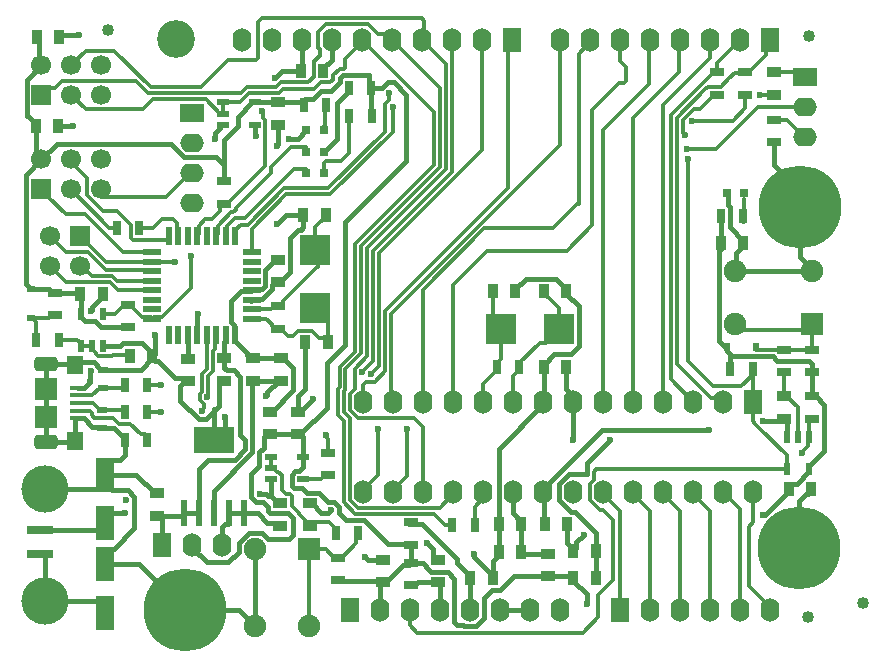
<source format=gtl>
G04*
G04 #@! TF.GenerationSoftware,Altium Limited,Altium Designer,25.4.2 (15)*
G04*
G04 Layer_Physical_Order=1*
G04 Layer_Color=255*
%FSLAX44Y44*%
%MOMM*%
G71*
G04*
G04 #@! TF.SameCoordinates,EB978DBB-77F5-4BF1-8C58-C0B6FF9767F6*
G04*
G04*
G04 #@! TF.FilePolarity,Positive*
G04*
G01*
G75*
%ADD13R,1.6000X3.0000*%
%ADD14R,1.3000X0.9000*%
%ADD15R,0.9000X1.3000*%
%ADD16R,0.8000X0.8000*%
%ADD17R,0.5588X0.6858*%
%ADD18R,1.3500X0.4000*%
%ADD19R,1.9000X1.9000*%
%ADD20R,1.4000X1.6000*%
%ADD21R,0.7000X1.3000*%
%ADD22R,2.2000X0.8000*%
%ADD23R,1.3000X0.7000*%
%ADD24R,0.5500X1.5000*%
%ADD25R,1.5000X0.5500*%
%ADD26R,3.5000X2.2000*%
%ADD27R,0.6000X2.2000*%
%ADD28R,0.5500X1.0000*%
%ADD29R,2.5000X2.6000*%
%ADD30R,0.9000X0.6000*%
%ADD31R,2.6000X2.5000*%
%ADD32R,1.0000X0.5500*%
%ADD33R,0.6858X0.5588*%
%ADD56R,1.9000X1.9000*%
%ADD57C,1.9000*%
%ADD69C,1.0160*%
%ADD70C,0.4000*%
%ADD71C,0.3000*%
%ADD72R,1.7000X1.7000*%
%ADD73C,1.7000*%
%ADD74O,2.0000X1.6000*%
%ADD75R,2.0000X1.6000*%
G04:AMPARAMS|DCode=76|XSize=2mm|YSize=1.2mm|CornerRadius=0.3mm|HoleSize=0mm|Usage=FLASHONLY|Rotation=0.000|XOffset=0mm|YOffset=0mm|HoleType=Round|Shape=RoundedRectangle|*
%AMROUNDEDRECTD76*
21,1,2.0000,0.6000,0,0,0.0*
21,1,1.4000,1.2000,0,0,0.0*
1,1,0.6000,0.7000,-0.3000*
1,1,0.6000,-0.7000,-0.3000*
1,1,0.6000,-0.7000,0.3000*
1,1,0.6000,0.7000,0.3000*
%
%ADD76ROUNDEDRECTD76*%
%ADD77O,1.6000X2.0000*%
%ADD78R,1.6000X2.0000*%
%ADD79C,4.0000*%
%ADD80C,7.0000*%
%ADD81C,3.2000*%
%ADD82C,0.6000*%
D13*
X72000Y23000D02*
D03*
Y64000D02*
D03*
X72000Y98500D02*
D03*
Y139500D02*
D03*
D14*
X142240Y219100D02*
D03*
Y238100D02*
D03*
X646938Y206350D02*
D03*
Y187350D02*
D03*
X211328Y192888D02*
D03*
Y173888D02*
D03*
X218000Y321500D02*
D03*
Y302500D02*
D03*
X447000Y73000D02*
D03*
Y54000D02*
D03*
X221000Y238500D02*
D03*
Y219500D02*
D03*
X116000Y105000D02*
D03*
Y124000D02*
D03*
X220218Y96418D02*
D03*
Y115418D02*
D03*
X218694Y436016D02*
D03*
Y455016D02*
D03*
X197000Y219500D02*
D03*
Y238500D02*
D03*
X173000Y219500D02*
D03*
Y238500D02*
D03*
X638762Y461500D02*
D03*
Y480500D02*
D03*
X307594Y67920D02*
D03*
Y48920D02*
D03*
X353822Y67920D02*
D03*
Y48920D02*
D03*
X235458Y192990D02*
D03*
Y173990D02*
D03*
X245110Y115520D02*
D03*
Y96520D02*
D03*
D15*
X405500Y74000D02*
D03*
X424500D02*
D03*
X443500Y295000D02*
D03*
X462500D02*
D03*
X612496Y335788D02*
D03*
X593496D02*
D03*
X650900Y127762D02*
D03*
X669900D02*
D03*
X419500Y295000D02*
D03*
X400500D02*
D03*
X487500Y52000D02*
D03*
X468500D02*
D03*
X258968Y359732D02*
D03*
X239968D02*
D03*
X260468Y251732D02*
D03*
X241468D02*
D03*
X13360Y434848D02*
D03*
X32360D02*
D03*
X14134Y510570D02*
D03*
X33134D02*
D03*
X237896Y481838D02*
D03*
X256896D02*
D03*
X487500Y75000D02*
D03*
X468500D02*
D03*
X443500Y231000D02*
D03*
X462500D02*
D03*
X400152Y52324D02*
D03*
X381152D02*
D03*
X405500Y98000D02*
D03*
X424500D02*
D03*
X444500D02*
D03*
X463500D02*
D03*
X69952Y292862D02*
D03*
X50952D02*
D03*
X112116Y240538D02*
D03*
X93116D02*
D03*
D16*
X242436Y395224D02*
D03*
X257436D02*
D03*
X613290Y378460D02*
D03*
X598290D02*
D03*
X257436Y431546D02*
D03*
X242436D02*
D03*
X257436Y413258D02*
D03*
X242436D02*
D03*
D17*
X598808Y247794D02*
D03*
X623192D02*
D03*
D18*
X49105Y187492D02*
D03*
Y193992D02*
D03*
Y200492D02*
D03*
Y206992D02*
D03*
Y213492D02*
D03*
D19*
X22355Y188492D02*
D03*
Y212492D02*
D03*
X244242Y76696D02*
D03*
D20*
X46855Y168492D02*
D03*
Y232492D02*
D03*
D21*
X593242Y358648D02*
D03*
X612242D02*
D03*
X403500Y231000D02*
D03*
X422500D02*
D03*
X240182Y453136D02*
D03*
X259182D02*
D03*
X100940Y348234D02*
D03*
X81940D02*
D03*
X88500Y216000D02*
D03*
X107500D02*
D03*
X88500Y193000D02*
D03*
X107500D02*
D03*
X385014Y97282D02*
D03*
X366014D02*
D03*
X286360Y90678D02*
D03*
X267360D02*
D03*
X13868Y253746D02*
D03*
X32868D02*
D03*
X620500Y229286D02*
D03*
X601500D02*
D03*
X278354Y467503D02*
D03*
X297353D02*
D03*
X297607Y443627D02*
D03*
X278608D02*
D03*
X107500Y169000D02*
D03*
X88500D02*
D03*
D22*
X17000Y73000D02*
D03*
Y93000D02*
D03*
D23*
X172742Y388179D02*
D03*
Y369179D02*
D03*
X638000Y421500D02*
D03*
Y440500D02*
D03*
X330708Y46074D02*
D03*
Y65074D02*
D03*
X670560Y187350D02*
D03*
Y206350D02*
D03*
X647050Y226574D02*
D03*
Y245574D02*
D03*
X261112Y158344D02*
D03*
Y139344D02*
D03*
X91000Y283500D02*
D03*
Y264500D02*
D03*
X269240Y69444D02*
D03*
Y50444D02*
D03*
X29972Y274980D02*
D03*
Y293980D02*
D03*
X670560Y245466D02*
D03*
Y226466D02*
D03*
X218000Y263500D02*
D03*
Y282500D02*
D03*
X613410Y480416D02*
D03*
Y461416D02*
D03*
X590296Y480416D02*
D03*
Y461416D02*
D03*
X330708Y99670D02*
D03*
Y80670D02*
D03*
D24*
X182000Y258000D02*
D03*
X174000D02*
D03*
X166000D02*
D03*
X158000D02*
D03*
X150000D02*
D03*
X142000D02*
D03*
X134000D02*
D03*
X126000D02*
D03*
Y342000D02*
D03*
X134000D02*
D03*
X142000D02*
D03*
X150000D02*
D03*
X158000D02*
D03*
X166000D02*
D03*
X174000D02*
D03*
X182000D02*
D03*
D25*
X112000Y272000D02*
D03*
Y280000D02*
D03*
Y288000D02*
D03*
Y296000D02*
D03*
Y304000D02*
D03*
Y312000D02*
D03*
Y320000D02*
D03*
Y328000D02*
D03*
X196000D02*
D03*
Y320000D02*
D03*
Y312000D02*
D03*
Y304000D02*
D03*
Y296000D02*
D03*
Y280000D02*
D03*
Y272000D02*
D03*
Y288000D02*
D03*
D26*
X164000Y169000D02*
D03*
D27*
X189400Y107000D02*
D03*
X176700D02*
D03*
X164000D02*
D03*
X151300D02*
D03*
X138600D02*
D03*
D28*
X668020Y171958D02*
D03*
Y144958D02*
D03*
X649020D02*
D03*
Y171958D02*
D03*
X658520D02*
D03*
X60960Y248628D02*
D03*
X70460D02*
D03*
Y275628D02*
D03*
X51460D02*
D03*
Y248628D02*
D03*
D29*
X456500Y263000D02*
D03*
X407500D02*
D03*
D30*
X69000Y179500D02*
D03*
Y194500D02*
D03*
X70524Y213500D02*
D03*
Y228500D02*
D03*
D31*
X249968Y330232D02*
D03*
Y281232D02*
D03*
D32*
X171920Y445516D02*
D03*
Y436016D02*
D03*
X198920D02*
D03*
Y455016D02*
D03*
X171920D02*
D03*
X212306Y145288D02*
D03*
Y135788D02*
D03*
X239306D02*
D03*
Y154788D02*
D03*
X212306D02*
D03*
D33*
X9652Y272288D02*
D03*
Y296672D02*
D03*
D56*
X670500Y267326D02*
D03*
D57*
Y312326D02*
D03*
X605500Y267326D02*
D03*
Y312326D02*
D03*
X199242Y76696D02*
D03*
X244242Y11696D02*
D03*
X199242D02*
D03*
D69*
X713914Y30842D02*
D03*
X74422Y515874D02*
D03*
X668020Y511556D02*
D03*
X667512Y19304D02*
D03*
D70*
X278354Y464503D02*
Y467503D01*
X268145Y454294D02*
X278354Y464503D01*
X268145Y423967D02*
Y454294D01*
X257436Y413258D02*
X268145Y423967D01*
X264160Y491102D02*
Y508000D01*
X256896Y483838D02*
X264160Y491102D01*
X256896Y481838D02*
Y483838D01*
X270854Y475659D02*
X273222Y478028D01*
X295599D01*
X216187Y475996D02*
X221775Y481584D01*
X215646Y475996D02*
X216187D01*
X221775Y481584D02*
X237642D01*
X112116Y240538D02*
X113917Y242339D01*
Y257681D01*
X114300Y258064D01*
X150000Y275222D02*
X150622Y275844D01*
X150000Y258000D02*
Y275222D01*
X198920Y436016D02*
X199155Y435781D01*
Y426955D02*
X199390Y426720D01*
X199155Y426955D02*
Y435781D01*
X477266Y88646D02*
Y88646D01*
X471000Y82380D02*
X477266Y88646D01*
X471000Y77500D02*
Y82380D01*
X468500Y75000D02*
X471000Y77500D01*
X469657Y108500D02*
X487500Y90657D01*
X384556Y69920D02*
Y72390D01*
Y69920D02*
X400152Y54324D01*
Y52324D02*
Y54324D01*
X344932Y81534D02*
X349322Y77144D01*
Y70420D02*
Y77144D01*
Y70420D02*
X351822Y67920D01*
X353822D01*
X291846Y70358D02*
X294284Y67920D01*
X307594D01*
X227838Y423672D02*
X228346Y424180D01*
X235070D01*
X242436Y431546D01*
X218694Y419895D02*
Y436016D01*
X217170Y417830D02*
Y418371D01*
X218694Y419895D01*
X165100Y423672D02*
Y429196D01*
X168920Y433016D01*
Y435266D01*
X169670Y436016D01*
X171920D01*
X44704Y434848D02*
X44958Y435102D01*
X32360Y434848D02*
X44704D01*
X33134Y510570D02*
X34628Y512064D01*
X49530D01*
X60452Y278638D02*
X60835Y279021D01*
Y281745D01*
X69952Y290862D01*
Y292862D01*
X51460Y273378D02*
Y275628D01*
Y273378D02*
X55288Y269550D01*
X63132D01*
X68181Y264500D01*
X645137Y185549D02*
X646938Y187350D01*
X629541Y185549D02*
X645137D01*
X629158Y185166D02*
X629541Y185549D01*
X219000Y219500D02*
X221000D01*
X197000D02*
X219000D01*
X46855Y168492D02*
Y187492D01*
X479806Y29972D02*
Y38694D01*
X468500Y50000D02*
Y52000D01*
X466500Y54000D02*
X468500Y52000D01*
Y50000D02*
X479806Y38694D01*
X670231Y226795D02*
Y233755D01*
X640869Y236098D02*
X667888D01*
X670231Y233755D01*
Y226795D02*
X670560Y226466D01*
X173736Y178000D02*
Y188214D01*
X173228Y188722D02*
X173736Y188214D01*
X112116Y238538D02*
Y240538D01*
X102078Y228500D02*
X112116Y238538D01*
X70524Y228500D02*
X102078D01*
X255113Y107517D02*
X260933D01*
X262890Y109474D01*
X269890Y107046D02*
X275758Y101178D01*
X291517D01*
X269890Y107046D02*
Y112374D01*
X265790Y116474D02*
X269890Y112374D01*
X217170Y351790D02*
X225112Y359732D01*
X239968D01*
X202946Y123444D02*
X203329Y123061D01*
X208567D01*
X210298Y121330D01*
X212306D01*
X195946Y120545D02*
Y140525D01*
X202692Y147271D02*
Y158581D01*
X206828Y162717D01*
X205329Y116444D02*
X209718Y112055D01*
X195946Y120545D02*
X200047Y116444D01*
X205329D01*
X206828Y162717D02*
Y171388D01*
X195946Y140525D02*
X202692Y147271D01*
X209328Y173888D02*
X211328D01*
X206828Y171388D02*
X209328Y173888D01*
X209718Y109261D02*
Y112055D01*
Y109261D02*
X212061Y106918D01*
X247110Y115520D02*
X255113Y107517D01*
X245110Y115520D02*
X247110D01*
X253267Y124020D02*
X260813Y116474D01*
X238682Y455016D02*
X239992Y456326D01*
X260813Y116474D02*
X265790D01*
X164736Y169000D02*
X173736Y178000D01*
X164000Y169000D02*
X164736D01*
X208534Y206502D02*
X208917Y206885D01*
Y209417D01*
X219000Y219500D01*
X248158Y203690D02*
Y203708D01*
X237458Y192990D02*
X248158Y203690D01*
X235458Y192990D02*
X237458D01*
X195250Y287250D02*
X196000Y288000D01*
X178500Y269407D02*
X181250Y266657D01*
Y258750D02*
Y266657D01*
X178500Y269407D02*
Y286892D01*
X186858Y295250D02*
X195250D01*
X178500Y286892D02*
X186858Y295250D01*
X181250Y258750D02*
X182000Y258000D01*
Y253250D02*
Y258000D01*
X601500Y239857D02*
X637109D01*
X592082Y252869D02*
X598014Y246937D01*
X598808Y244873D02*
Y245508D01*
X598014Y246302D02*
Y246937D01*
X601500Y239857D02*
Y242181D01*
X598014Y246302D02*
X598808Y245508D01*
Y244873D02*
X601500Y242181D01*
Y227762D02*
Y239857D01*
X601500Y239857D01*
X637109D02*
X640869Y236098D01*
X592000Y256400D02*
Y328958D01*
X670560Y206350D02*
Y226466D01*
X598290Y378460D02*
X599087Y377663D01*
Y368460D02*
Y377663D01*
Y368460D02*
X600742Y366805D01*
Y349542D02*
Y366805D01*
Y349542D02*
X612496Y337788D01*
Y335788D02*
Y337788D01*
Y333788D02*
Y335788D01*
X606534Y327826D02*
X612496Y333788D01*
X606534Y313360D02*
Y327826D01*
X605500Y312326D02*
X606534Y313360D01*
X605500Y312326D02*
X670500D01*
Y314046D01*
X660400Y324146D02*
X670500Y314046D01*
X660400Y324146D02*
Y366014D01*
Y379197D01*
X638000Y401597D02*
X660400Y379197D01*
X638000Y401597D02*
Y421500D01*
X646938Y187350D02*
X649020Y185268D01*
Y171958D02*
Y185268D01*
X669900Y125762D02*
Y127762D01*
X667400Y123262D02*
X669900Y125762D01*
X665400Y123262D02*
X667400D01*
X659892Y117754D02*
X665400Y123262D01*
X659892Y77470D02*
Y117754D01*
X406400Y25400D02*
X431800D01*
X468500Y75000D02*
Y77000D01*
X463500Y82000D02*
X468500Y77000D01*
X463500Y82000D02*
Y98000D01*
X419500Y295000D02*
Y297000D01*
X428000Y305500D01*
X454000D01*
X462500Y297000D01*
Y295000D02*
Y297000D01*
Y293000D02*
Y295000D01*
Y293000D02*
X473000Y282500D01*
Y248343D02*
Y282500D01*
X466578Y241922D02*
X473000Y248343D01*
X452422Y241922D02*
X466578D01*
X443500Y233000D02*
X452422Y241922D01*
X443500Y231000D02*
Y233000D01*
X443238Y230738D02*
X443500Y231000D01*
X443238Y201684D02*
Y230738D01*
X442976Y201422D02*
X443238Y201684D01*
X442976Y199422D02*
Y201422D01*
X405500Y161946D02*
X442976Y199422D01*
X405500Y98000D02*
Y161946D01*
Y74000D02*
Y98000D01*
Y72000D02*
Y74000D01*
X400152Y66652D02*
X405500Y72000D01*
X400152Y52324D02*
Y66652D01*
X164000Y193470D02*
X168500Y197971D01*
X157078Y186548D02*
X164000Y193470D01*
Y195250D01*
Y169000D02*
Y193470D01*
X72000Y134000D02*
Y139500D01*
Y132500D02*
Y134000D01*
X218000Y302500D02*
X220000D01*
X228906Y311406D01*
Y340326D01*
X235311Y346732D01*
X237625D01*
X239968Y349075D01*
Y359732D01*
X216000Y302500D02*
X218000D01*
X213500Y300000D02*
X216000Y302500D01*
X213500Y297108D02*
Y300000D01*
X205142Y288750D02*
X213500Y297108D01*
X196750Y288750D02*
X205142D01*
X196000Y288000D02*
X196750Y288750D01*
X241468Y212543D02*
Y251732D01*
X235458Y206533D02*
X241468Y212543D01*
X235458Y192990D02*
Y206533D01*
X196692Y219192D02*
X197000Y219500D01*
X196692Y159050D02*
Y219192D01*
X164000Y126358D02*
X196692Y159050D01*
X164000Y107000D02*
Y126358D01*
X116000Y105000D02*
X118000D01*
X186500Y173164D02*
X190692Y168972D01*
Y161535D02*
Y168972D01*
X118000Y105000D02*
X137600D01*
X181750Y152594D02*
X190692Y161535D01*
X593369Y330581D02*
Y353187D01*
X311669Y81026D02*
X330708D01*
X211379Y173939D02*
X236857D01*
X229855Y130590D02*
Y139743D01*
X211328Y173888D02*
X211379Y173939D01*
X650900Y127762D02*
Y129762D01*
Y125762D02*
Y127762D01*
X330708Y80670D02*
Y81026D01*
Y65074D02*
Y80670D01*
X236857Y173939D02*
X239306Y171490D01*
X236806Y173990D02*
X236857Y173939D01*
X237407D01*
X218218Y115418D02*
X220218D01*
X212306Y121330D02*
X218218Y115418D01*
X212306Y121330D02*
Y135788D01*
X199242Y11696D02*
Y76696D01*
X185538Y25400D02*
X199242Y11696D01*
X139700Y25400D02*
X185538D01*
X101100Y64000D02*
X139700Y25400D01*
X72000Y64000D02*
X101100D01*
X72000D02*
Y71000D01*
X78000Y77000D01*
X79157D01*
X96408Y94251D01*
Y121264D01*
X91172Y126500D02*
X96408Y121264D01*
X78000Y126500D02*
X91172D01*
X72000Y132500D02*
X78000Y126500D01*
X66000Y128000D02*
X72000Y134000D01*
X21000Y128000D02*
X66000D01*
X112116Y240538D02*
Y242538D01*
X103616Y251038D02*
X112116Y242538D01*
X86959Y251038D02*
X103616D01*
X84549Y248628D02*
X86959Y251038D01*
X70460Y248628D02*
X84549D01*
X69024Y228500D02*
X70524D01*
X68024Y229500D02*
X69024Y228500D01*
X68024Y229500D02*
Y229657D01*
X62843Y234838D02*
X68024Y229657D01*
X49201Y234838D02*
X62843D01*
X46855Y232492D02*
X49201Y234838D01*
X139740Y221600D02*
X142240Y219100D01*
X131054Y221600D02*
X139740D01*
X116616Y236038D02*
X131054Y221600D01*
X114616Y236038D02*
X116616D01*
X112116Y238538D02*
X114616Y236038D01*
X140240Y219100D02*
X142240D01*
X135740Y214600D02*
X140240Y219100D01*
X135740Y202087D02*
Y214600D01*
Y202087D02*
X151278Y186548D01*
X157078D01*
X168500Y197971D02*
Y217000D01*
X171000Y219500D01*
X173000D01*
X114000Y124000D02*
X116000D01*
X98500Y139500D02*
X114000Y124000D01*
X72000Y139500D02*
X98500D01*
X72000D02*
Y146500D01*
X78000Y152500D01*
X84500D01*
X88500Y156500D01*
Y169000D01*
Y172000D01*
X87000Y173500D02*
X88500Y172000D01*
X85272Y173500D02*
X87000D01*
X79272Y179500D02*
X85272Y173500D01*
X69000Y179500D02*
X79272D01*
X68000Y180500D02*
X69000Y179500D01*
X60847Y180500D02*
X68000D01*
X53855Y187492D02*
X60847Y180500D01*
X49105Y187492D02*
X53855D01*
X46855D02*
X49105D01*
X45855Y167492D02*
X46855Y168492D01*
X22355Y167492D02*
X45855D01*
X22355D02*
Y188492D01*
Y212492D01*
Y233492D01*
X45855D01*
X46855Y232492D01*
X6470Y443738D02*
X13360Y436848D01*
X240182Y456136D02*
X241682Y457636D01*
X5534Y443792D02*
Y473910D01*
X18034Y486410D01*
X5588Y443738D02*
X6470D01*
X5534Y443792D02*
X5588Y443738D01*
X13360Y434848D02*
Y436848D01*
Y414846D02*
Y434848D01*
X31242Y419862D02*
X127767D01*
X139029Y408600D01*
X165884D01*
X172742Y401742D01*
X18034Y406654D02*
X31242Y419862D01*
X329484Y98438D02*
X339961D01*
X370315Y68084D01*
X328354Y99568D02*
X329484Y98438D01*
X291517Y101178D02*
X311669Y81026D01*
X239306Y154788D02*
Y171490D01*
X218694Y455016D02*
X238682D01*
X198920D02*
X218694D01*
X239306Y146038D02*
Y154788D01*
X53855Y213492D02*
X58928Y218565D01*
Y227838D01*
X630931Y105793D02*
X650900Y125762D01*
X629033Y105793D02*
X630931D01*
X628650Y105410D02*
X629033Y105793D01*
X237407Y173939D02*
X259588Y196120D01*
Y234195D01*
X274828Y249435D01*
Y353314D01*
X326644Y405130D01*
Y461518D01*
X316230Y471932D02*
X326644Y461518D01*
X311283Y471932D02*
X316230D01*
X306854Y467503D02*
X311283Y471932D01*
X297353Y467503D02*
X306854D01*
X238654Y128247D02*
X242881Y124020D01*
X232198Y128247D02*
X238654D01*
X229855Y130590D02*
X232198Y128247D01*
X226826Y106918D02*
X230718Y103026D01*
Y88478D02*
Y103026D01*
X201415Y107000D02*
X209203Y99212D01*
X212061Y106918D02*
X226826D01*
X176700Y107000D02*
X201415D01*
X209203Y99212D02*
X220218D01*
X227330Y85090D02*
X230718Y88478D01*
X209940Y85090D02*
X227330D01*
X204834Y90196D02*
X209940Y85090D01*
X193650Y90196D02*
X204834D01*
X185010Y81556D02*
X193650Y90196D01*
X242881Y124020D02*
X253267D01*
X229855Y139743D02*
X233228Y143116D01*
X236384D01*
X239306Y146038D01*
X185010Y74640D02*
Y81556D01*
X176371Y66000D02*
X185010Y74640D01*
X158000Y66000D02*
X176371D01*
X146000Y78000D02*
X158000Y66000D01*
X146000Y78000D02*
Y80000D01*
X186500Y173164D02*
Y222657D01*
X181157Y228000D02*
X186500Y222657D01*
X159198Y152594D02*
X181750D01*
X173000Y230343D02*
Y238500D01*
Y252250D01*
X68181Y264500D02*
X91000D01*
X51206Y275882D02*
X51460Y275628D01*
X51206Y275882D02*
Y292608D01*
X50952Y292862D02*
X51206Y292608D01*
X49834Y293980D02*
X50952Y292862D01*
X29972Y293980D02*
X49834D01*
X26972D02*
X29972D01*
X24280Y296672D02*
X26972Y293980D01*
X9652Y296672D02*
X24280D01*
X9017D02*
X9652D01*
X8223Y297466D02*
X9017Y296672D01*
X8223Y297466D02*
Y298101D01*
X5080Y301244D02*
X8223Y298101D01*
X5080Y301244D02*
Y393700D01*
X18034Y406654D01*
X172742Y401742D02*
Y423431D01*
X18034Y406654D02*
Y410172D01*
X13360Y414846D02*
X18034Y410172D01*
X16084Y488360D02*
X18034Y486410D01*
X16084Y488360D02*
Y508620D01*
X14134Y510570D02*
X16084Y508620D01*
X295854Y469003D02*
X297353Y467503D01*
X295854Y469003D02*
Y477773D01*
X295599Y478028D02*
X295854Y477773D01*
X270854Y472068D02*
Y475659D01*
X263638Y464852D02*
X270854Y472068D01*
X255241Y464852D02*
X263638D01*
X248025Y457636D02*
X255241Y464852D01*
X241682Y457636D02*
X248025D01*
X240182Y453136D02*
Y456136D01*
X297481Y443754D02*
X297607Y443627D01*
X297481Y443754D02*
Y467376D01*
X297353Y467503D02*
X297481Y467376D01*
X196670Y455016D02*
X198920D01*
X184331Y442677D02*
X196670Y455016D01*
X184331Y435020D02*
Y442677D01*
X172742Y423431D02*
X184331Y435020D01*
X172742Y388179D02*
Y401742D01*
X418485Y54000D02*
X447000D01*
X406309Y41824D02*
X418485Y54000D01*
X399202Y41824D02*
X406309D01*
X393000Y35622D02*
X399202Y41824D01*
X393000Y18429D02*
Y35622D01*
X385971Y11400D02*
X393000Y18429D01*
X376029Y11400D02*
X385971D01*
X374983Y12446D02*
X376029Y11400D01*
X369943Y12446D02*
X374983D01*
X367600Y14789D02*
X369943Y12446D01*
X367600Y14789D02*
Y51799D01*
X361979Y57420D02*
X367600Y51799D01*
X347665Y57420D02*
X361979D01*
X343322Y61763D02*
X347665Y57420D01*
X343322Y61763D02*
Y62731D01*
X340979Y65074D02*
X343322Y62731D01*
X330708Y65074D02*
X340979D01*
X447000Y54000D02*
X466500D01*
X329208Y63574D02*
X330708Y65074D01*
X324248Y63574D02*
X329208D01*
X309594Y48920D02*
X324248Y63574D01*
X307594Y48920D02*
X309594D01*
X307300D02*
X307594D01*
X304800Y46420D02*
X307300Y48920D01*
X304800Y25400D02*
Y46420D01*
X306832Y49682D02*
X307594Y48920D01*
X270002Y49682D02*
X306832D01*
X269240Y50444D02*
X270002Y49682D01*
X592000Y256400D02*
X592082Y256318D01*
Y252869D02*
Y256318D01*
X650900Y129762D02*
X653400Y132262D01*
X657574D01*
X668020Y142708D01*
Y144958D01*
Y147208D01*
X681060Y160248D01*
Y198850D01*
X673560Y206350D02*
X681060Y198850D01*
X670560Y206350D02*
X673560D01*
X592000Y328958D02*
X593496Y330454D01*
X593369Y330581D02*
X593496Y330454D01*
X593242Y353314D02*
X593369Y353187D01*
X487500Y75000D02*
Y90657D01*
X466127Y108500D02*
X469657D01*
X456376Y118251D02*
X466127Y108500D01*
X456376Y118251D02*
Y132192D01*
X464692Y140508D01*
X480060D01*
Y149860D01*
X499618Y169418D01*
X468122Y169164D02*
X468376Y169418D01*
Y201422D01*
X442976Y127278D02*
X460920Y145222D01*
X460976D01*
X493046Y177292D01*
X442976Y125222D02*
Y127278D01*
X142000Y238340D02*
Y258000D01*
Y238340D02*
X142240Y238100D01*
X211328Y192888D02*
X213328D01*
X231500Y211060D01*
Y230000D01*
X223000Y238500D02*
X231500Y230000D01*
X221000Y238500D02*
X223000D01*
X197000D02*
X221000D01*
X195000D02*
X197000D01*
X192500Y241000D02*
X195000Y238500D01*
X192500Y241000D02*
Y242750D01*
X182000Y253250D02*
X192500Y242750D01*
X195250Y295250D02*
X196000Y296000D01*
X200750D01*
X202000Y297250D01*
X205157D01*
X207500Y299593D01*
Y313000D01*
X216000Y321500D01*
X218000D01*
X330708Y46074D02*
X333708D01*
X336554Y48920D01*
X353822D01*
X355600Y47142D01*
Y25400D02*
Y47142D01*
X176700Y99000D02*
Y107000D01*
X175700Y98000D02*
X176700Y99000D01*
X173743Y98000D02*
X175700D01*
X171400Y95657D02*
X173743Y98000D01*
X171400Y80000D02*
Y95657D01*
X174000Y253250D02*
Y258000D01*
X173000Y252250D02*
X174000Y253250D01*
X173000Y230343D02*
X175343Y228000D01*
X181157D01*
X151300Y144696D02*
X159198Y152594D01*
X151300Y107000D02*
Y144696D01*
X138600Y107000D02*
X151300D01*
X138600Y106000D02*
Y107000D01*
X137600Y105000D02*
X138600Y106000D01*
X118000Y105000D02*
X120600Y102400D01*
Y80000D02*
Y102400D01*
X370315Y65161D02*
Y68084D01*
Y65161D02*
X381152Y54324D01*
Y52324D02*
Y54324D01*
X381076Y52248D02*
X381152Y52324D01*
X381076Y25476D02*
Y52248D01*
X381000Y25400D02*
X381076Y25476D01*
X72000Y23000D02*
Y27000D01*
X66000Y33000D02*
X72000Y27000D01*
X21000Y33000D02*
X66000D01*
X21000D02*
Y71000D01*
X19000Y73000D02*
X21000Y71000D01*
X17000Y73000D02*
X19000D01*
X66500Y93000D02*
X72000Y98500D01*
X17000Y93000D02*
X66500D01*
X72000Y98500D02*
Y101188D01*
X78000Y107188D01*
X89154D01*
X49105Y213492D02*
X53855D01*
X487500Y52000D02*
Y75000D01*
X425500Y73000D02*
X447000D01*
X424500Y74000D02*
X425500Y73000D01*
X424500Y74000D02*
Y98000D01*
Y100000D01*
X417576Y106924D02*
X424500Y100000D01*
X417576Y106924D02*
Y125222D01*
X468376Y201422D02*
Y206669D01*
X462500Y212545D02*
X468376Y206669D01*
X462500Y212545D02*
Y231000D01*
X237642Y481584D02*
X238328Y482270D01*
Y507568D01*
X238760Y508000D01*
X493046Y177292D02*
X583692D01*
X442976Y125222D02*
X443738Y124460D01*
Y98762D02*
Y124460D01*
Y98762D02*
X444500Y98000D01*
D71*
X284331Y521034D02*
X284797Y521500D01*
X269389Y521034D02*
X284331D01*
X268923Y521500D02*
X269389Y521034D01*
X252660Y501237D02*
X253608Y500288D01*
Y494500D02*
Y500288D01*
X256859Y526034D02*
X257325Y526500D01*
X204724Y526034D02*
X256859D01*
X252660Y514763D02*
X259397Y521500D01*
X257325Y526500D02*
X270994D01*
X271460Y526034D02*
X282260D01*
X259397Y521500D02*
X268923D01*
X270994Y526500D02*
X271460Y526034D01*
X252660Y501237D02*
Y514763D01*
X254449Y471838D02*
X262846D01*
X274959Y483951D02*
Y491399D01*
X265354Y477938D02*
X270944Y483528D01*
X274959Y491399D02*
X289560Y506000D01*
X270944Y483528D02*
X274536D01*
X289560Y506000D02*
Y508000D01*
Y508000D01*
X274536Y483528D02*
X274959Y483951D01*
X192149Y468016D02*
X216858D01*
X220680Y471838D02*
X243846D01*
X194220Y463016D02*
X218929D01*
X216858Y468016D02*
X220680Y471838D01*
X222605Y466692D02*
X249303D01*
X218929Y463016D02*
X222605Y466692D01*
X249303D02*
X254449Y471838D01*
X243846D02*
X248727Y476719D01*
X261112Y158344D02*
Y170130D01*
X258826Y172416D02*
X261112Y170130D01*
X258826Y172416D02*
Y173228D01*
X259334Y358098D02*
Y358902D01*
X255164Y354732D02*
X255968D01*
X249968Y330232D02*
Y349536D01*
X255968Y354732D02*
X259334Y358098D01*
X249968Y349536D02*
X255164Y354732D01*
X274076Y116388D02*
X283741Y106722D01*
X279076Y118459D02*
X285813Y111722D01*
X355276D02*
X366776Y123222D01*
X283741Y106722D02*
X350478D01*
X359771Y97429D01*
X285813Y111722D02*
X355276D01*
X359771Y97429D02*
X365867D01*
X366014Y97282D01*
X35371Y473010D02*
X98277D01*
X108673Y462614D01*
X79948Y498410D02*
X110744Y467614D01*
X29277Y466916D02*
X35371Y473010D01*
X108673Y462614D02*
X186747D01*
X112699Y457500D02*
X157686D01*
X104209Y449010D02*
X112699Y457500D01*
X110744Y467614D02*
X152908D01*
X176276Y490982D01*
X55434Y449010D02*
X104209D01*
X176276Y490982D02*
X199644D01*
X201422Y492760D02*
Y522732D01*
X199644Y490982D02*
X201422Y492760D01*
X610622Y214884D02*
X620222Y224484D01*
X620776Y184812D02*
X622658Y182930D01*
Y182474D02*
X626466Y178666D01*
X620222Y224484D02*
X620500Y224762D01*
X626922Y178666D02*
X649020Y156568D01*
X626466Y178666D02*
X626922D01*
X622658Y182474D02*
Y182930D01*
X489712Y19050D02*
Y38262D01*
X502158Y50708D02*
Y101600D01*
X388445Y6096D02*
X476758D01*
X489712Y38262D02*
X502158Y50708D01*
X476758Y6096D02*
X489712Y19050D01*
X388249Y5900D02*
X388445Y6096D01*
X605500Y261992D02*
X670500D01*
X623192Y245508D02*
X623225Y245541D01*
X258988Y76696D02*
X266240Y69444D01*
X269240D02*
X272240D01*
X244242Y76696D02*
X258988D01*
X266240Y69444D02*
X269240D01*
X243110Y99568D02*
X261470D01*
X267360Y93678D01*
X236218Y106460D02*
X243110Y99568D01*
X236218Y106460D02*
Y107647D01*
X267360Y90678D02*
Y93678D01*
X279076Y118459D02*
Y131985D01*
X274076Y116388D02*
Y134057D01*
X230218Y113647D02*
X236218Y107647D01*
X260468Y252889D02*
Y270732D01*
X257468Y255889D02*
X260468Y252889D01*
Y251732D02*
Y252889D01*
X231018Y257232D02*
X235518Y261732D01*
X221000Y263500D02*
X227268Y257232D01*
X231018D01*
X247418Y261732D02*
X253261Y255889D01*
X257468D01*
X235518Y261732D02*
X247418D01*
X215000Y263500D02*
X221000D01*
X620500Y224762D02*
Y227762D01*
X590613Y214922D02*
X600139D01*
X600177Y214884D02*
X610622D01*
X600139Y214922D02*
X600177Y214884D01*
X590575D02*
X590613Y214922D01*
X565658Y236220D02*
X586994Y214884D01*
X590575D01*
X585235Y204959D02*
X591839D01*
X556006Y233715D02*
Y442055D01*
X582965Y206756D02*
X583438D01*
X556006Y233715D02*
X582965Y206756D01*
X591839Y204959D02*
X595376Y201422D01*
X583438Y206756D02*
X585235Y204959D01*
X565658Y236220D02*
Y406654D01*
X395478Y329438D02*
X463042D01*
X484632Y351028D01*
X366776Y300736D02*
X395478Y329438D01*
X484632Y351028D02*
Y448564D01*
X451612Y348234D02*
X471932Y368554D01*
X158000Y229425D02*
Y258000D01*
X163000Y227354D02*
Y244450D01*
X164750Y246200D01*
X153670Y210106D02*
Y225095D01*
X159000Y223354D02*
X163000Y227354D01*
X164750Y246200D02*
Y256750D01*
X159000Y206244D02*
Y223354D01*
X158000Y258000D02*
X158000Y258000D01*
X153670Y225095D02*
X158000Y229425D01*
X221488Y127000D02*
Y139306D01*
X218756Y142038D02*
X221488Y139306D01*
X18034Y461010D02*
X23939Y466916D01*
X29277D01*
X620776Y99314D02*
Y125222D01*
X617220Y45180D02*
Y95758D01*
X620776Y99314D01*
X617220Y45180D02*
X635000Y27400D01*
X275500Y211681D02*
Y228924D01*
X289052Y242476D01*
X270500Y230995D02*
X283464Y243959D01*
X270500Y213752D02*
Y230995D01*
X283209Y229562D02*
X294052Y240405D01*
X283209Y212318D02*
Y229562D01*
X249968Y281232D02*
X260468Y270732D01*
X221000Y282500D02*
X223000Y284500D01*
X215000Y282500D02*
X221000D01*
X240500Y304500D02*
Y304500D01*
X223000Y284500D02*
Y287000D01*
X240500Y304500D01*
X251500Y315500D02*
X252000D01*
X240500Y304500D02*
X251500Y315500D01*
X252000D02*
Y334000D01*
X283464Y335026D02*
X350774Y402336D01*
X283464Y243959D02*
Y335026D01*
X314052Y203346D02*
Y276165D01*
X300126Y218290D02*
X309052Y227216D01*
X299052Y236213D02*
Y329278D01*
X297434Y224790D02*
X304052Y231408D01*
X299052Y329278D02*
X365774Y396000D01*
X314052Y276165D02*
X457200Y419313D01*
X309052Y278236D02*
X413512Y382696D01*
X294052Y331472D02*
X360774Y398194D01*
X314052Y203346D02*
X315976Y201422D01*
X289052Y333543D02*
X355774Y400265D01*
X309052Y227216D02*
Y278236D01*
X304052Y231408D02*
Y327166D01*
X289052Y242476D02*
Y333543D01*
X289709Y226870D02*
X299052Y236213D01*
X294052Y240405D02*
Y331472D01*
X304052Y327166D02*
X391160Y414274D01*
X292944Y218290D02*
X300126D01*
X413512Y382696D02*
Y504952D01*
X457200Y419313D02*
Y508000D01*
X262844Y377096D02*
X315468Y429720D01*
Y450850D01*
X308968Y430291D02*
Y453542D01*
X312100Y461960D02*
X312674Y462534D01*
X260773Y382096D02*
X308968Y430291D01*
Y453542D02*
X312100Y456674D01*
Y461960D01*
X64210Y242178D02*
X66260Y240128D01*
X64210Y242178D02*
Y243128D01*
X221488Y127000D02*
X225070Y123418D01*
X228168D02*
X230218Y121368D01*
X225070Y123418D02*
X228168D01*
X230218Y113647D02*
Y121368D01*
X269076Y190516D02*
Y212327D01*
Y190516D02*
X274146Y185446D01*
X274076Y134057D02*
X274146Y134127D01*
Y185446D01*
X269076Y212327D02*
X270500Y213752D01*
X265354Y474346D02*
Y477938D01*
X289560Y508000D02*
X290560Y507000D01*
X350774Y446786D01*
X262846Y471838D02*
X265354Y474346D01*
X259193Y405752D02*
X272148D01*
X257436Y403995D02*
X259193Y405752D01*
X257436Y398780D02*
Y403995D01*
X274964Y408568D02*
X274964D01*
X272148Y405752D02*
X274964Y408568D01*
X274964D02*
X278608Y412211D01*
Y443627D01*
X248727Y476719D02*
Y489619D01*
X186747Y462614D02*
X192149Y468016D01*
X175158Y455016D02*
X186220D01*
X194220Y463016D01*
X373751Y5900D02*
X388249D01*
X373555Y6096D02*
X373751Y5900D01*
X336296Y6096D02*
X373555D01*
X623225Y245541D02*
X647017D01*
X647050Y245574D01*
Y206462D02*
Y223018D01*
X670506Y245520D02*
X670560Y245466D01*
X647104Y245520D02*
X670506D01*
X647050Y245574D02*
X647104Y245520D01*
X670560Y245466D02*
Y261932D01*
X609600Y25400D02*
Y110998D01*
X72800Y320000D02*
X112816D01*
X113030Y319786D02*
X130810D01*
X112816Y320000D02*
X113030Y319786D01*
X145034Y297834D02*
Y325120D01*
X120450Y273250D02*
X145034Y297834D01*
X113250Y273250D02*
X120450D01*
X112000Y272000D02*
X113250Y273250D01*
X490705Y110029D02*
X493729D01*
X482276Y118459D02*
X490705Y110029D01*
X482276Y118459D02*
Y131985D01*
X485772Y135482D01*
X488079Y144780D02*
X648842D01*
X485772Y142473D02*
X488079Y144780D01*
X485772Y135482D02*
Y142473D01*
X648842Y144780D02*
X649020Y144958D01*
X272240Y69444D02*
X284360Y81564D01*
X564642Y415798D02*
X564896Y415544D01*
X589026D01*
X392176Y119868D02*
Y125222D01*
X385014Y112706D02*
X392176Y119868D01*
X385014Y97282D02*
Y112706D01*
X258112Y139344D02*
X261112D01*
X254556Y135788D02*
X258112Y139344D01*
X239306Y135788D02*
X254556D01*
X217806Y142038D02*
X218756D01*
X214556Y145288D02*
X217806Y142038D01*
X212306Y145288D02*
X214556D01*
X212306D02*
Y154788D01*
X284360Y88678D02*
X286360Y90678D01*
X284360Y81564D02*
Y88678D01*
X244242Y11696D02*
Y76696D01*
X151996Y203048D02*
X155753Y199291D01*
X151996Y203048D02*
Y208432D01*
X153670Y210106D01*
X154178Y193548D02*
Y194360D01*
X155753Y195935D01*
Y199291D01*
X119594Y193000D02*
X119634Y193040D01*
X107500Y193000D02*
X119594D01*
X164750Y256750D02*
X166000Y258000D01*
X158496Y205740D02*
X159000Y206244D01*
X119026Y216000D02*
X119126Y215900D01*
X107500Y216000D02*
X119026D01*
X213000Y265500D02*
X215000Y263500D01*
X213000Y265500D02*
Y267000D01*
X208000Y272000D02*
X213000Y267000D01*
X196000Y272000D02*
X208000D01*
X212500Y280000D02*
X215000Y282500D01*
X196000Y280000D02*
X212500D01*
X231758Y398780D02*
X242436D01*
X190158Y357179D02*
X231758Y398780D01*
X181980Y357179D02*
X190158D01*
X175250Y350450D02*
X181980Y357179D01*
X175250Y343250D02*
Y350450D01*
X174000Y342000D02*
X175250Y343250D01*
X192864Y351442D02*
X223518Y382096D01*
X196000Y347507D02*
X225589Y377096D01*
X223518Y382096D02*
X260773D01*
X225589Y377096D02*
X262844D01*
X182000Y346750D02*
X186692Y351442D01*
X192864D01*
X178980Y362179D02*
X180692D01*
X182742Y364230D02*
Y365942D01*
X167250Y350450D02*
X178980Y362179D01*
X182742Y365942D02*
X212420Y395620D01*
Y399974D01*
X180692Y362179D02*
X182742Y364230D01*
X162509Y355907D02*
X169539Y362937D01*
X177781Y371179D02*
X207420Y400818D01*
X171519Y369160D02*
X175762D01*
X169539Y362937D02*
Y367179D01*
X175762Y369160D02*
Y369199D01*
X177742Y371179D02*
X177781D01*
X207420Y400818D02*
Y440216D01*
X169539Y367179D02*
X171519Y369160D01*
X175762Y369199D02*
X177742Y371179D01*
X229260Y416814D02*
X242436D01*
X167250Y343250D02*
Y350450D01*
X212420Y399974D02*
X229260Y416814D01*
X174000Y345958D02*
X174752Y346710D01*
X151250Y350450D02*
X156707Y355907D01*
X162509D01*
X166000Y342000D02*
X167250Y343250D01*
X196000Y328000D02*
Y347507D01*
X205806Y441830D02*
X207420Y440216D01*
X205806Y441830D02*
Y446720D01*
X205232Y447294D02*
X205806Y446720D01*
X257436Y435102D02*
X258309Y435975D01*
Y455819D01*
X259182Y456692D01*
X107500Y169000D02*
Y172000D01*
X105500Y174000D02*
X107500Y172000D01*
X102500Y174000D02*
X105500D01*
X93500Y183000D02*
X102500Y174000D01*
X83550Y183000D02*
X93500D01*
X78550Y188000D02*
X83550Y183000D01*
X63050Y188000D02*
X78550D01*
X61000Y190050D02*
X63050Y188000D01*
X61000Y190050D02*
Y192235D01*
X59243Y193992D02*
X61000Y192235D01*
X49105Y193992D02*
X59243D01*
X88584Y192025D02*
Y192416D01*
X86500Y194500D02*
X88584Y192416D01*
X69000Y194500D02*
X86500D01*
X67701Y194299D02*
X69319D01*
X61508Y200492D02*
X67701Y194299D01*
X49105Y200492D02*
X61508D01*
X88106Y215106D02*
Y216077D01*
X86500Y213500D02*
X88106Y215106D01*
X69000Y213500D02*
X86500D01*
X67500D02*
X69000D01*
X60992Y206992D02*
X67500Y213500D01*
X49105Y206992D02*
X60992D01*
X90951Y240896D02*
X92664Y239183D01*
X78572Y240896D02*
X90951D01*
X77804Y240128D02*
X78572Y240896D01*
X66260Y240128D02*
X77804D01*
X60960Y246378D02*
X64210Y243128D01*
X60960Y246378D02*
Y248628D01*
X59710D02*
X59904Y248434D01*
X51460Y248628D02*
X59710D01*
X51460D02*
Y250878D01*
X48592Y253746D02*
X51460Y250878D01*
X32868Y253746D02*
X48592D01*
X91000Y283500D02*
X94000D01*
X96000Y281500D01*
Y280800D02*
Y281500D01*
Y280800D02*
X103550Y273250D01*
X110750D01*
X112000Y272000D01*
X88000Y283500D02*
X91000D01*
X80128Y275628D02*
X88000Y283500D01*
X70460Y275628D02*
X80128D01*
X26972Y274980D02*
X29972D01*
X24280Y272288D02*
X26972Y274980D01*
X9652Y272288D02*
X24280D01*
X10287D02*
X13868Y268707D01*
Y253746D02*
Y268707D01*
X110114Y296000D02*
X110376Y296262D01*
X82764Y296000D02*
X110114D01*
X75902Y302862D02*
X82764Y296000D01*
X39138Y302862D02*
X75902D01*
X25400Y316600D02*
X39138Y302862D01*
X77570Y308264D02*
X81939Y303896D01*
X52513Y316600D02*
X60849Y308264D01*
X50800Y316600D02*
X52513D01*
X60849Y308264D02*
X77570D01*
X81939Y303896D02*
X111648D01*
X57129Y328600D02*
X72465Y313264D01*
X109913D01*
X50800Y342000D02*
X72800Y320000D01*
X38800Y328600D02*
X57129D01*
X25400Y342000D02*
X38800Y328600D01*
X81904Y363220D02*
X82123Y363000D01*
X69897Y363220D02*
X81904D01*
X56834Y376283D02*
X69897Y363220D01*
X56834Y376283D02*
Y391222D01*
X43434Y404622D02*
X56834Y391222D01*
X43434Y404622D02*
Y406654D01*
X82081Y363042D02*
X93940Y351184D01*
X55125Y360099D02*
X87224Y328000D01*
X112000D01*
X112000Y328000D01*
X93940Y340284D02*
X95990Y338234D01*
X124750D01*
X93940Y340284D02*
Y351184D01*
X39189Y360099D02*
X55125D01*
X43434Y381254D02*
X75697Y348991D01*
X81183D01*
X81940Y348234D01*
X43434Y374650D02*
Y381254D01*
X24836Y374452D02*
X39189Y360099D01*
X18034Y381254D02*
X24638Y374650D01*
X24836Y374452D01*
X126000Y339484D02*
Y342000D01*
X124750Y338234D02*
X126000Y339484D01*
X100940Y348234D02*
X112430D01*
X132750Y343250D02*
Y352644D01*
X112430Y348234D02*
X120050Y355854D01*
X129540D02*
X132750Y352644D01*
X120050Y355854D02*
X129540D01*
X132750Y343250D02*
X134000Y342000D01*
X125580Y345060D02*
X126582Y344058D01*
X144851Y395673D02*
X144851D01*
X123827Y374650D02*
X144851Y395673D01*
X68834Y374650D02*
X123827D01*
X174498Y455676D02*
X175158Y455016D01*
X248727Y489619D02*
X253608Y494500D01*
X171920Y445516D02*
Y455016D01*
X169670Y445516D02*
X171920D01*
X157686Y457500D02*
X169670Y445516D01*
X43434Y461010D02*
X55434Y449010D01*
X310473Y512487D02*
X314960Y508000D01*
X303336Y512487D02*
X310473D01*
X294323Y521500D02*
X303336Y512487D01*
X284797Y521500D02*
X294323D01*
X282726Y526500D02*
X296395D01*
X296861Y526034D02*
X340635D01*
X296395Y526500D02*
X296861Y526034D01*
X282260D02*
X282726Y526500D01*
X340360Y508000D02*
X342392Y510032D01*
Y524277D01*
X340635Y526034D02*
X342392Y524277D01*
X201422Y522732D02*
X204724Y526034D01*
X55434Y498410D02*
X79948D01*
X43434Y486410D02*
X55434Y498410D01*
X443500Y293000D02*
Y295000D01*
Y293000D02*
X446500Y290000D01*
X447000D01*
X456500Y280500D01*
Y263000D02*
Y280500D01*
Y262500D02*
Y263000D01*
X445500Y251500D02*
X456500Y262500D01*
X440000Y251500D02*
X445500D01*
X422500Y234000D02*
X440000Y251500D01*
X422500Y231000D02*
Y234000D01*
Y228000D02*
Y231000D01*
X417576Y223076D02*
X422500Y228000D01*
X417576Y201422D02*
Y223076D01*
X392176Y201422D02*
Y216676D01*
X403500Y228000D01*
Y231000D01*
Y234000D01*
X407500Y238000D01*
Y263000D01*
X400500Y270000D02*
X407500Y263000D01*
X400500Y270000D02*
Y295000D01*
X620776Y184812D02*
Y201422D01*
X649020Y144958D02*
Y156568D01*
X658520Y171958D02*
Y196768D01*
X648938Y206350D02*
X658520Y196768D01*
X646938Y206350D02*
X648938D01*
X646938D02*
X647050Y206462D01*
X670500Y261992D02*
X670560Y261932D01*
X612242Y353314D02*
X612766Y353838D01*
Y372602D01*
X613290Y373126D01*
X663500Y426000D02*
X665000D01*
X649000Y440500D02*
X663500Y426000D01*
X638000Y440500D02*
X649000D01*
X661300Y480500D02*
X665000Y476800D01*
X638000Y480500D02*
X661300D01*
X544576Y201422D02*
Y452628D01*
X551006Y220392D02*
Y444147D01*
Y220392D02*
X569976Y201422D01*
X551006Y444147D02*
X580286Y473426D01*
X544576Y452628D02*
X584200Y492252D01*
X556006Y442055D02*
X580296Y466345D01*
X519176Y201422D02*
Y441452D01*
X558038Y480314D01*
X620500Y201698D02*
X620776Y201422D01*
X620500Y201698D02*
Y224206D01*
X493729Y110029D02*
X502158Y101600D01*
X330200Y12192D02*
X336296Y6096D01*
X330200Y12192D02*
Y25400D01*
X150000Y342000D02*
X151250Y343250D01*
Y350450D01*
X589026Y415544D02*
X624882Y451400D01*
X665000D01*
X614172Y449834D02*
Y461416D01*
X569214Y438912D02*
X603250D01*
X614172Y449834D01*
X562763Y427482D02*
X563372D01*
X561006Y429239D02*
X562763Y427482D01*
X561006Y429239D02*
Y439896D01*
X570766Y449656D01*
X575536D01*
X587296Y461416D01*
X590296D01*
X182000Y342000D02*
Y346750D01*
X355760Y448871D02*
X355774Y448857D01*
X355760Y448871D02*
Y467200D01*
X360760Y450942D02*
X360774Y450928D01*
X360760Y450942D02*
Y487600D01*
X365774Y396000D02*
Y452999D01*
X360774Y398194D02*
Y450928D01*
X314960Y508000D02*
X355760Y467200D01*
X355774Y400265D02*
Y448857D01*
X365760Y453013D02*
Y508000D01*
X340360D02*
X360760Y487600D01*
X350774Y402336D02*
Y446786D01*
X365760Y453013D02*
X365774Y452999D01*
X604929Y480100D02*
X616856D01*
X619172Y482416D01*
X600296Y475466D02*
Y475466D01*
X604929Y480100D01*
X593256Y468426D02*
X600296Y475466D01*
X582357Y468426D02*
X593256D01*
X580296Y466366D02*
X582357Y468426D01*
X580286Y473426D02*
X580306D01*
X580296Y466345D02*
Y466366D01*
X580306Y473426D02*
X587296Y480416D01*
X670020Y187350D02*
X670560D01*
X668020Y185350D02*
X670020Y187350D01*
X668020Y171958D02*
Y185350D01*
X666770Y170708D02*
X668020Y171958D01*
X666770Y163812D02*
Y170708D01*
X662142Y159184D02*
X666770Y163812D01*
X662142Y158372D02*
Y159184D01*
X626110Y461264D02*
X626346Y461500D01*
X638000D01*
X285813Y187922D02*
X333540D01*
X315976Y127222D02*
X327660Y138906D01*
Y178816D01*
X315976Y125222D02*
Y127222D01*
X279076Y208185D02*
X283209Y212318D01*
X279076Y194659D02*
X285813Y187922D01*
X274076Y192588D02*
X279146Y187518D01*
X274076Y210257D02*
X275500Y211681D01*
X290576Y215922D02*
X292944Y218290D01*
X290576Y201422D02*
Y215922D01*
Y125222D02*
Y127222D01*
X303022Y139668D01*
Y178054D01*
X279076Y194659D02*
Y208185D01*
X274076Y192588D02*
Y210257D01*
X279146Y132055D02*
Y187518D01*
X333540Y187922D02*
X341376Y180086D01*
Y125222D02*
Y180086D01*
X391160Y414274D02*
Y508000D01*
X279076Y131985D02*
X279146Y132055D01*
X366776Y123222D02*
Y125222D01*
X595376D02*
X609600Y110998D01*
X635000Y25400D02*
Y27400D01*
X508000Y25400D02*
Y108998D01*
X493776Y123222D02*
X508000Y108998D01*
X493776Y123222D02*
Y125222D01*
X533400Y25400D02*
Y108998D01*
X519176Y123222D02*
X533400Y108998D01*
X519176Y123222D02*
Y125222D01*
X558800Y25400D02*
Y108998D01*
X544576Y123222D02*
X558800Y108998D01*
X544576Y123222D02*
Y125222D01*
X584200Y25400D02*
Y108998D01*
X569976Y123222D02*
X584200Y108998D01*
X569976Y123222D02*
Y125222D01*
X413512Y504952D02*
X416560Y508000D01*
X482600Y506000D02*
Y508000D01*
X472969Y496369D02*
X482600Y506000D01*
X472969Y368554D02*
Y496369D01*
X471932Y368554D02*
X472969D01*
X393192Y348234D02*
X451612D01*
X341376Y296418D02*
X393192Y348234D01*
X341376Y201422D02*
Y296418D01*
X508000Y490118D02*
Y508000D01*
Y490118D02*
X512826Y485292D01*
Y472927D02*
Y485292D01*
X511069Y471170D02*
X512826Y472927D01*
X507238Y471170D02*
X511069D01*
X484632Y448564D02*
X507238Y471170D01*
X366776Y201422D02*
Y300736D01*
X632013Y505013D02*
X635000Y508000D01*
X632013Y495257D02*
Y505013D01*
X619172Y482416D02*
X632013Y495257D01*
X619172Y482416D02*
Y482416D01*
X558038Y480314D02*
Y507238D01*
X584200Y492252D02*
Y508000D01*
X493776Y201422D02*
Y431800D01*
X532913Y470937D02*
Y507513D01*
X493776Y431800D02*
X532913Y470937D01*
Y507513D02*
X533400Y508000D01*
X609600Y507720D02*
Y508000D01*
X590296Y488416D02*
X609600Y507720D01*
X590296Y480416D02*
Y488416D01*
X587296Y480416D02*
X590296D01*
X558038Y507238D02*
X558800Y508000D01*
D72*
X50800Y342000D02*
D03*
X18034Y461010D02*
D03*
Y381254D02*
D03*
D73*
X25400Y342000D02*
D03*
X50800Y316600D02*
D03*
X25400D02*
D03*
X43434Y461010D02*
D03*
X68834D02*
D03*
X18034Y486410D02*
D03*
X43434D02*
D03*
X68834D02*
D03*
Y406654D02*
D03*
X43434D02*
D03*
X18034D02*
D03*
X68834Y381254D02*
D03*
X43434D02*
D03*
D74*
X146000Y369800D02*
D03*
Y395200D02*
D03*
Y420600D02*
D03*
X665000Y426000D02*
D03*
Y451400D02*
D03*
D75*
X146000Y446000D02*
D03*
X665000Y476800D02*
D03*
D76*
X22355Y233492D02*
D03*
Y167492D02*
D03*
D77*
X187960Y508000D02*
D03*
X213360D02*
D03*
X238760D02*
D03*
X264160D02*
D03*
X289560D02*
D03*
X314960D02*
D03*
X340360D02*
D03*
X365760D02*
D03*
X391160D02*
D03*
X146000Y80000D02*
D03*
X171400D02*
D03*
X635000Y25400D02*
D03*
X609600D02*
D03*
X584200D02*
D03*
X558800D02*
D03*
X533400D02*
D03*
X457200Y508000D02*
D03*
X482600D02*
D03*
X508000D02*
D03*
X533400D02*
D03*
X558800D02*
D03*
X584200D02*
D03*
X609600D02*
D03*
X595376Y201422D02*
D03*
X569976D02*
D03*
X544576D02*
D03*
X519176D02*
D03*
X493776D02*
D03*
X468376D02*
D03*
X442976D02*
D03*
X417576D02*
D03*
X392176D02*
D03*
X366776D02*
D03*
X341376D02*
D03*
X315976D02*
D03*
X290576D02*
D03*
X620776Y125222D02*
D03*
X595376D02*
D03*
X569976D02*
D03*
X544576D02*
D03*
X519176D02*
D03*
X493776D02*
D03*
X468376D02*
D03*
X442976D02*
D03*
X417576D02*
D03*
X392176D02*
D03*
X366776D02*
D03*
X341376D02*
D03*
X315976D02*
D03*
X290576D02*
D03*
X304800Y25400D02*
D03*
X330200D02*
D03*
X355600D02*
D03*
X381000D02*
D03*
X406400D02*
D03*
X431800D02*
D03*
X457200D02*
D03*
D78*
X416560Y508000D02*
D03*
X120600Y80000D02*
D03*
X508000Y25400D02*
D03*
X635000Y508000D02*
D03*
X620776Y201422D02*
D03*
X279400Y25400D02*
D03*
D79*
X21000Y128000D02*
D03*
Y33000D02*
D03*
D80*
X660400Y366014D02*
D03*
X139700Y25400D02*
D03*
X659892Y77470D02*
D03*
D81*
X131826Y508508D02*
D03*
D82*
X215646Y475996D02*
D03*
X114300Y258064D02*
D03*
X150622Y275844D02*
D03*
X258826Y173228D02*
D03*
X199390Y426720D02*
D03*
X477266Y88646D02*
D03*
X384556Y72390D02*
D03*
X344932Y81534D02*
D03*
X291846Y70358D02*
D03*
X227838Y423672D02*
D03*
X217170Y417830D02*
D03*
X165100Y423672D02*
D03*
X44958Y435102D02*
D03*
X49530Y512064D02*
D03*
X60452Y278638D02*
D03*
X629158Y185166D02*
D03*
X173228Y188722D02*
D03*
X217170Y351790D02*
D03*
X202946Y123444D02*
D03*
X262890Y109474D02*
D03*
X208534Y206502D02*
D03*
X248158Y203708D02*
D03*
X58928Y218565D02*
D03*
X59944Y227838D02*
D03*
X628650Y105410D02*
D03*
X479806Y29972D02*
D03*
X315468Y450850D02*
D03*
X312674Y462534D02*
D03*
X130810Y319786D02*
D03*
X145034Y325120D02*
D03*
X499618Y169418D02*
D03*
X468122Y169164D02*
D03*
X89408Y118364D02*
D03*
X89154Y107188D02*
D03*
X564642Y415798D02*
D03*
X154178Y193548D02*
D03*
X119634Y193040D02*
D03*
X158496Y205740D02*
D03*
X119126Y215900D02*
D03*
X205232Y447294D02*
D03*
X565658Y406654D02*
D03*
X583692Y177292D02*
D03*
X563372Y427482D02*
D03*
X569214Y438912D02*
D03*
X662142Y158372D02*
D03*
X626110Y461264D02*
D03*
X327660Y178816D02*
D03*
X289709Y226870D02*
D03*
X303022Y178054D02*
D03*
X297434Y224790D02*
D03*
M02*

</source>
